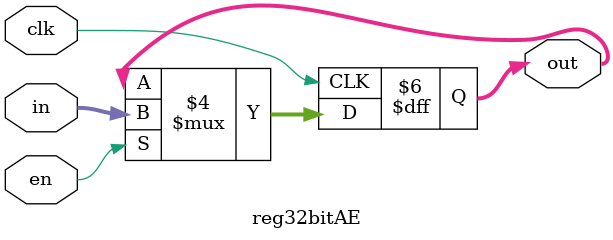
<source format=v>
module reg32bitAE(in, clk, en, out);
	input[31:0] in;
	input clk, en;
	output reg[31:0] out=32'b0;
	always@(posedge clk)
	begin
		if(en)
			out <= in;
		else
			out <= out;
	end
endmodule

</source>
